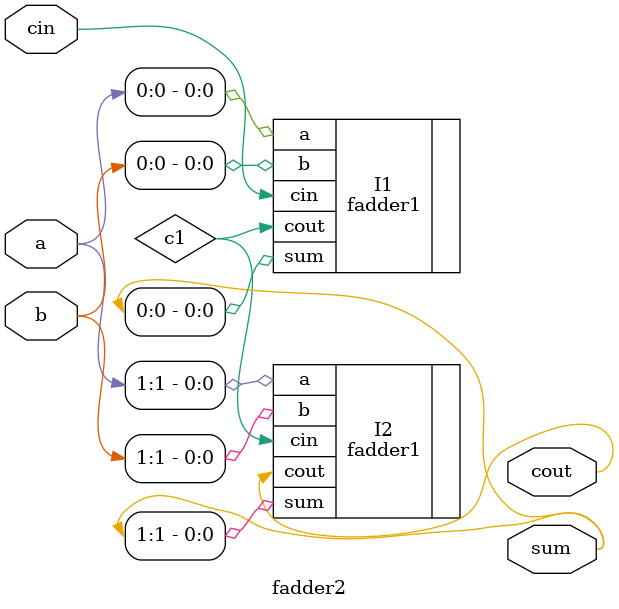
<source format=v>
`timescale 1ns / 1ps


module fadder2(
    input [1:0] a, b,
    input cin,
    output [1:0] sum, 
    output cout
    );
    wire c1;
    fadder1 I1(.a(a[0]),.b(b[0]),.cin(cin),.sum(sum[0]),.cout(c1));
    fadder1 I2(.a(a[1]),.b(b[1]),.cin(c1),.sum(sum[1]),.cout(cout));

endmodule

</source>
